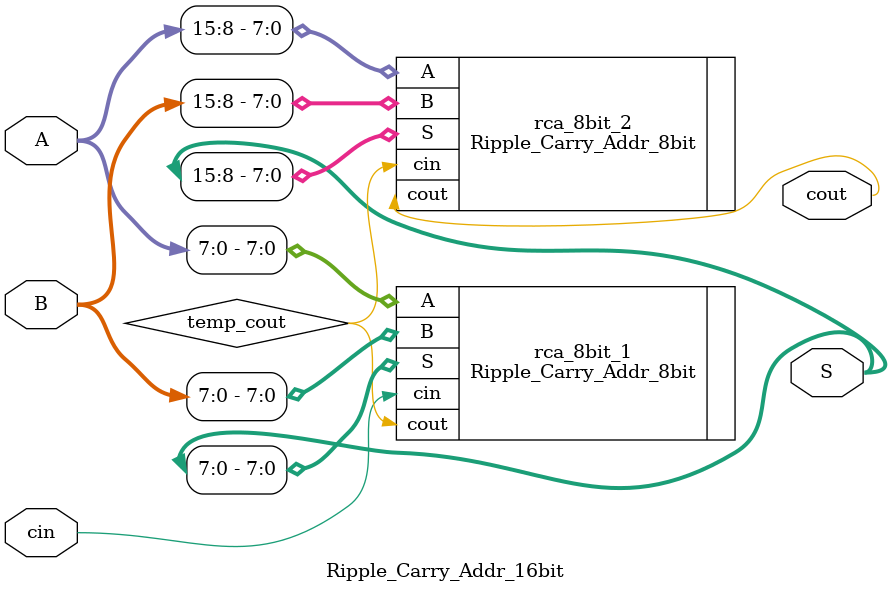
<source format=v>
`timescale 1ns / 1ps

/*
   Assignment No. - 3
   Problem No. - 1
   Semester - 5 (Autumn 2022-23)
   Group No. - 53
   Group Members - Umang Singla (20CS10068) & Sidhharth Vishwakarma (20CS10082)
*/

module Ripple_Carry_Addr_16bit(A, B, cin, S, cout);
    input[15:0] A, B;	// Inputs
    input cin;				// Input
    output[15:0] S;		// Output
    output cout;			// Output

    wire temp_cout;		// Wire
    // 2 instantiated 8-bit ripple carry adders
    Ripple_Carry_Addr_8bit rca_8bit_1(.A(A[7:0]),.B(B[7:0]),.cin(cin),.S(S[7:0]),.cout(temp_cout));
	 Ripple_Carry_Addr_8bit rca_8bit_2(.A(A[15:8]),.B(B[15:8]),.cin(temp_cout),.S(S[15:8]),.cout(cout));
endmodule
</source>
